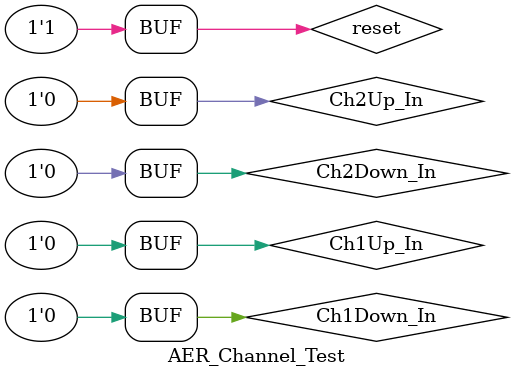
<source format=v>
`timescale 1ns / 1ps


module AER_Channel_Test;

	// Inputs
	reg Ch1Up_In;
	reg Ch1Down_In;
	reg Ch2Up_In;
	reg Ch2Down_In;
	reg reset;

	// Outputs
	wire Ch1Up_Out;
	wire Ch1Down_Out;
	wire Ch2Up_Out;
	wire Ch2Down_Out;

	// Instantiate the Unit Under Test (UUT)
	AER_Channel uut (
		.Ch1Up_In(Ch1Up_In), 
		.Ch1Down_In(Ch1Down_In), 
		.Ch2Up_In(Ch2Up_In), 
		.Ch2Down_In(Ch2Down_In), 
		.reset(reset), 
		.Ch1Up_Out(Ch1Up_Out), 
		.Ch1Down_Out(Ch1Down_Out), 
		.Ch2Up_Out(Ch2Up_Out), 
		.Ch2Down_Out(Ch2Down_Out)
	);

	initial begin
		// Initialize Inputs
		Ch1Up_In = 0;
		Ch1Down_In = 0;
		Ch2Up_In = 0;
		Ch2Down_In = 0;
		reset = 0;

		// Wait 100 ns for global reset to finish
			#100;
		reset = 1;
		#100;
		Ch1Up_In = 1;
		
		Ch2Up_In = 1;
		#400;
		
		Ch1Up_In = 0;
		#5;
		
		
		Ch1Down_In = 1;
		
		
		#100;
		Ch2Up_In = 0;
		#5;
		Ch2Down_In = 1;
		
		#10;
		Ch1Down_In = 0;
		Ch2Down_In = 0;
		#200;
        
		// Add stimulus here

	end
      
endmodule


</source>
